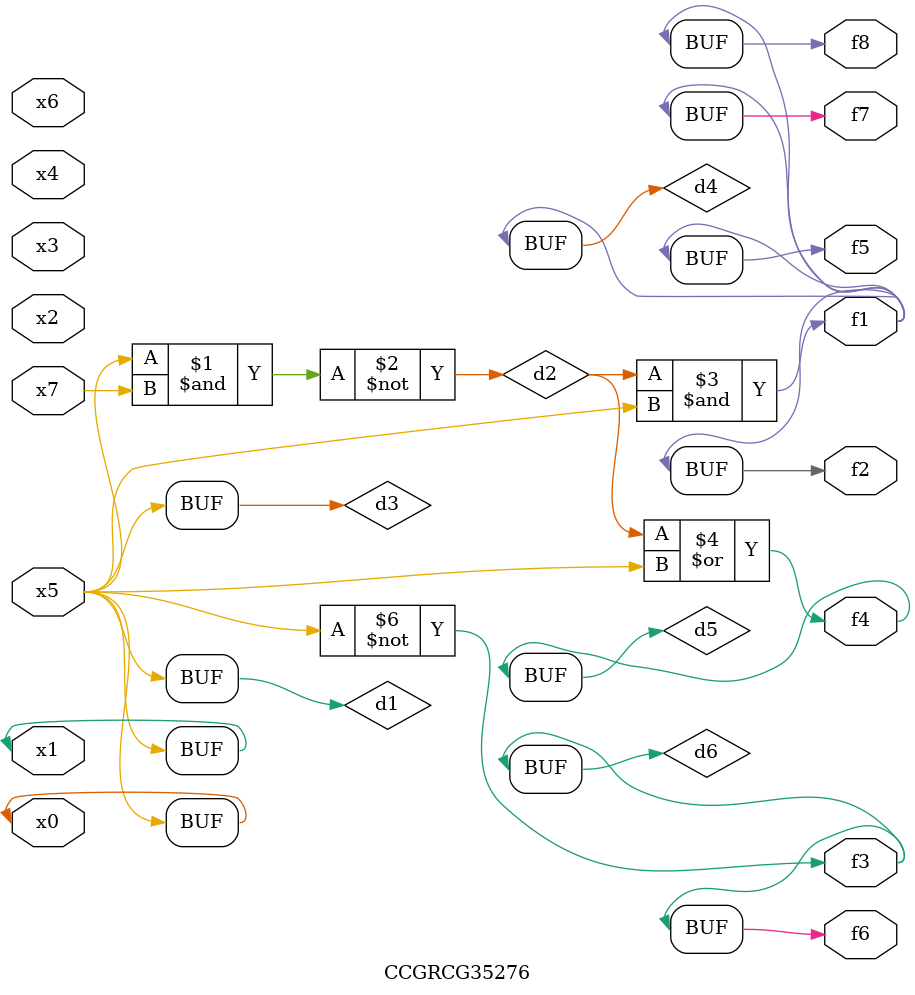
<source format=v>
module CCGRCG35276(
	input x0, x1, x2, x3, x4, x5, x6, x7,
	output f1, f2, f3, f4, f5, f6, f7, f8
);

	wire d1, d2, d3, d4, d5, d6;

	buf (d1, x0, x5);
	nand (d2, x5, x7);
	buf (d3, x0, x1);
	and (d4, d2, d3);
	or (d5, d2, d3);
	nor (d6, d1, d3);
	assign f1 = d4;
	assign f2 = d4;
	assign f3 = d6;
	assign f4 = d5;
	assign f5 = d4;
	assign f6 = d6;
	assign f7 = d4;
	assign f8 = d4;
endmodule

</source>
